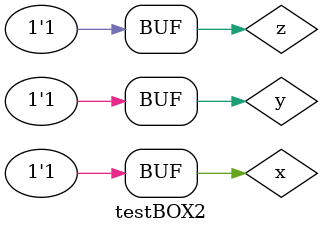
<source format=v>
module BOX1 (output s1,input e1,input e2,input c1);
  
wire temp1,temp2,notc1;

and AND2 (temp1,e1,c1);
not NOT1 (notc1,c1);
and AND3 (temp2,e2,notc1); 
or OR2 (s1,temp1,temp2);
endmodule//BOX1

module BOX2 (output s,input a,input b,input CH);

wire e1,e2,c1;

and AND1 (e1,a,b);
or OR1 (e2,a,b);
BOX1 selec (s,e1,e2,CH);
endmodule//BOX2

module testBOX2;
// ------------------------- definir dados 
reg  x,y,z;
wire s,r; 
BOX2 modulo1 ( s, x, y, z);
// ------------------------- parte principal 
initial begin 
$display("Exemplo0032 - Lucas Cardoso - 441694"); 
$display("Test module"); 
x ='b0; y ='b0;z ='b0; 
// projetar testes do modulo 
$display("\na b CH s");
#1 $monitor("%b %b %b %b",x,y,z,s);
#1 x='b0;y ='b1; z ='b0;  
#1 x='b1;y ='b0; z ='b0;
#1 x='b1;y ='b1; z ='b0;

x = 'b0; y ='b0;z ='b1; 
#1 x ='b0; y ='b1; z ='b1;  
#1 x ='b1; y ='b0; z ='b1;
#1 x ='b1; y ='b1; z ='b1;
end 
endmodule
</source>
